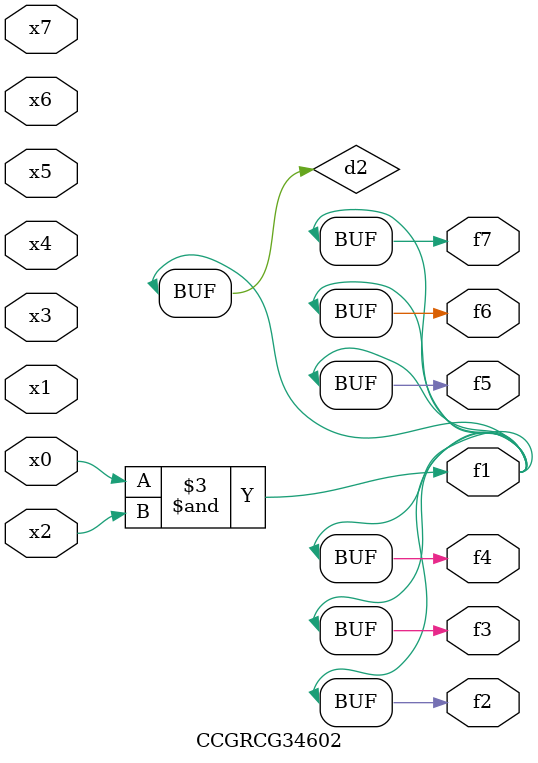
<source format=v>
module CCGRCG34602(
	input x0, x1, x2, x3, x4, x5, x6, x7,
	output f1, f2, f3, f4, f5, f6, f7
);

	wire d1, d2;

	nor (d1, x3, x6);
	and (d2, x0, x2);
	assign f1 = d2;
	assign f2 = d2;
	assign f3 = d2;
	assign f4 = d2;
	assign f5 = d2;
	assign f6 = d2;
	assign f7 = d2;
endmodule

</source>
